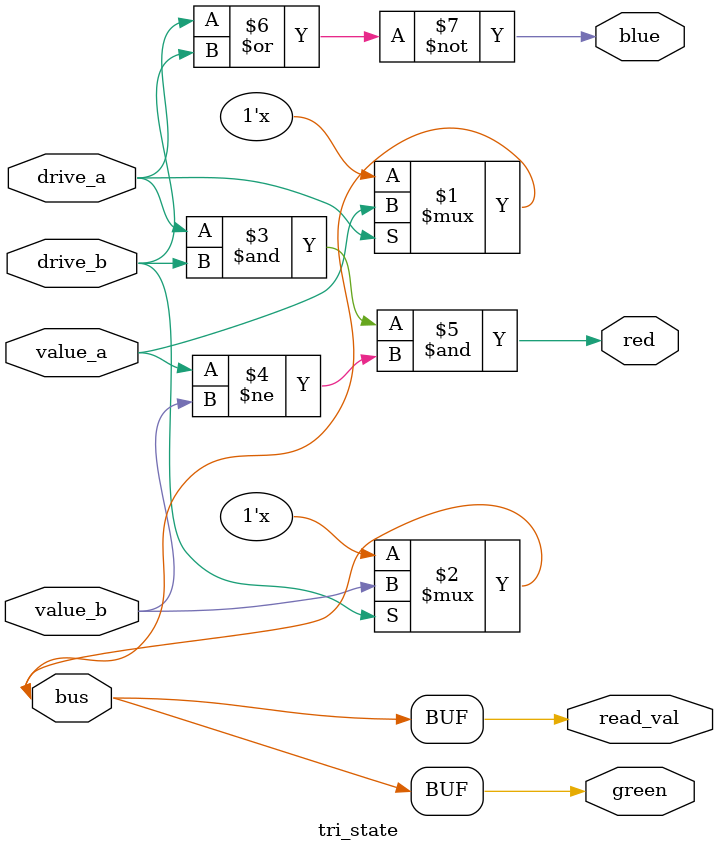
<source format=sv>
`default_nettype none
module tri_state (
  //put your ports here
  inout wire bus,
  input logic drive_a, value_a,
  input logic drive_b, value_b,
  output logic read_val, red, green, blue
);
//your code starts here ...

  // Driver A
  assign bus = (drive_a) ? value_a : 1'bz;

  // Driver B
  assign bus = (drive_b) ? value_b : 1'bz;

  // Reader (shared wire)
  assign read_val = bus;

  // Visual feedback
  assign red   = drive_a & drive_b & (value_a != value_b);  // conflict!
  assign green = read_val;                                  // current bus value
  assign blue  = ~(drive_a | drive_b);                      // idle
endmodule
</source>
